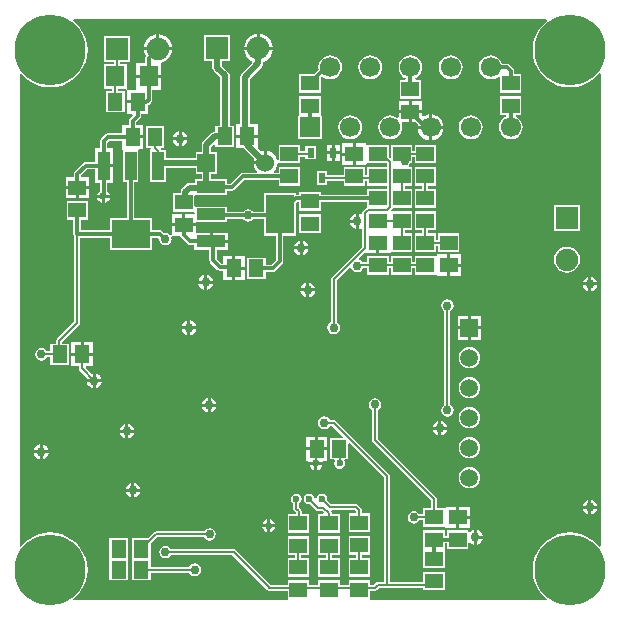
<source format=gbl>
G04 Layer_Physical_Order=2*
G04 Layer_Color=16711680*
%FSLAX25Y25*%
%MOIN*%
G70*
G01*
G75*
%ADD12R,0.05118X0.05906*%
%ADD13R,0.05906X0.05118*%
%ADD23C,0.00787*%
%ADD24C,0.01969*%
%ADD26C,0.01181*%
%ADD27R,0.07480X0.07480*%
%ADD28C,0.07480*%
%ADD29R,0.07480X0.07480*%
%ADD30C,0.06693*%
%ADD31R,0.06693X0.06693*%
%ADD32C,0.06000*%
%ADD33R,0.06000X0.06000*%
%ADD34C,0.05906*%
%ADD35R,0.05906X0.05906*%
%ADD36C,0.02953*%
%ADD37C,0.02362*%
%ADD38C,0.23622*%
%ADD39R,0.09449X0.12992*%
%ADD40R,0.09449X0.03937*%
%ADD41R,0.12992X0.09449*%
%ADD42R,0.03937X0.09449*%
%ADD43R,0.02362X0.03347*%
%ADD44R,0.06299X0.07087*%
G36*
X177309Y-2104D02*
X176243Y-3015D01*
X174975Y-4499D01*
X173955Y-6163D01*
X173208Y-7967D01*
X172753Y-9865D01*
X172599Y-11811D01*
X172753Y-13757D01*
X173208Y-15655D01*
X173955Y-17459D01*
X174975Y-19123D01*
X176243Y-20607D01*
X177727Y-21875D01*
X179392Y-22895D01*
X181195Y-23642D01*
X183093Y-24098D01*
X185039Y-24251D01*
X186985Y-24098D01*
X188883Y-23642D01*
X190687Y-22895D01*
X192351Y-21875D01*
X193836Y-20607D01*
X194746Y-19541D01*
X195246Y-19726D01*
Y-177125D01*
X194746Y-177309D01*
X193836Y-176243D01*
X192351Y-174975D01*
X190687Y-173955D01*
X188883Y-173208D01*
X186985Y-172753D01*
X185039Y-172599D01*
X183093Y-172753D01*
X181195Y-173208D01*
X179392Y-173955D01*
X177727Y-174975D01*
X176243Y-176243D01*
X174975Y-177727D01*
X173955Y-179392D01*
X173208Y-181195D01*
X172753Y-183093D01*
X172599Y-185039D01*
X172753Y-186985D01*
X173208Y-188883D01*
X173955Y-190687D01*
X174975Y-192351D01*
X176243Y-193836D01*
X177309Y-194746D01*
X177125Y-195246D01*
X118495D01*
X118405Y-194783D01*
X118405Y-194746D01*
Y-191948D01*
X120079D01*
X120463Y-191872D01*
X120788Y-191655D01*
X121479Y-190964D01*
X136221D01*
Y-191929D01*
X143307D01*
Y-185630D01*
X136221D01*
Y-188957D01*
X125019D01*
Y-153726D01*
X124943Y-153342D01*
X124725Y-153017D01*
X107023Y-135314D01*
X106697Y-135097D01*
X106313Y-135020D01*
X104965D01*
X104640Y-134533D01*
X103956Y-134077D01*
X103150Y-133916D01*
X102343Y-134077D01*
X101659Y-134533D01*
X101203Y-135217D01*
X101042Y-136024D01*
X101203Y-136830D01*
X101659Y-137514D01*
X102343Y-137971D01*
X103150Y-138131D01*
X103956Y-137971D01*
X104640Y-137514D01*
X104965Y-137027D01*
X105897D01*
X109550Y-140680D01*
X109359Y-141142D01*
X104921D01*
Y-148228D01*
X106456D01*
X106724Y-148728D01*
X106599Y-148915D01*
X106461Y-149606D01*
X106599Y-150298D01*
X106990Y-150884D01*
X107577Y-151275D01*
X108268Y-151413D01*
X108959Y-151275D01*
X109545Y-150884D01*
X109937Y-150298D01*
X110074Y-149606D01*
X109937Y-148915D01*
X109812Y-148728D01*
X110079Y-148228D01*
X111221D01*
Y-143003D01*
X111682Y-142812D01*
X123012Y-154142D01*
Y-188957D01*
X121063D01*
X120679Y-189033D01*
X120353Y-189251D01*
X119663Y-189941D01*
X118405D01*
Y-188484D01*
X111319D01*
Y-189941D01*
X108248D01*
Y-188583D01*
X101161D01*
Y-189941D01*
X98032D01*
Y-188583D01*
X90945D01*
Y-189941D01*
X85160D01*
X73643Y-178424D01*
X73317Y-178206D01*
X72933Y-178130D01*
X52012D01*
X51687Y-177643D01*
X51003Y-177187D01*
X50197Y-177026D01*
X49390Y-177187D01*
X48707Y-177643D01*
X48250Y-178327D01*
X48089Y-179133D01*
X48250Y-179940D01*
X48707Y-180624D01*
X49390Y-181080D01*
X50197Y-181241D01*
X51003Y-181080D01*
X51687Y-180624D01*
X52012Y-180137D01*
X72517D01*
X83737Y-191357D01*
X83936Y-191655D01*
X84262Y-191872D01*
X84646Y-191948D01*
X90945D01*
Y-194746D01*
X90945Y-194882D01*
X90618Y-195246D01*
X19726D01*
X19541Y-194746D01*
X20607Y-193836D01*
X21875Y-192351D01*
X22895Y-190687D01*
X23642Y-188883D01*
X24098Y-186985D01*
X24251Y-185039D01*
X24098Y-183093D01*
X23642Y-181195D01*
X22895Y-179392D01*
X21875Y-177727D01*
X20607Y-176243D01*
X19123Y-174975D01*
X17459Y-173955D01*
X15655Y-173208D01*
X13757Y-172753D01*
X11811Y-172599D01*
X9865Y-172753D01*
X7967Y-173208D01*
X6163Y-173955D01*
X4499Y-174975D01*
X3015Y-176243D01*
X2104Y-177309D01*
X1604Y-177125D01*
X1604Y-19726D01*
X2104Y-19541D01*
X3015Y-20607D01*
X4499Y-21875D01*
X6163Y-22895D01*
X7967Y-23642D01*
X9865Y-24098D01*
X11811Y-24251D01*
X13757Y-24098D01*
X15655Y-23642D01*
X17459Y-22895D01*
X19123Y-21875D01*
X20607Y-20607D01*
X21875Y-19123D01*
X22895Y-17459D01*
X23642Y-15655D01*
X24098Y-13757D01*
X24251Y-11811D01*
X24098Y-9865D01*
X23642Y-7967D01*
X22895Y-6163D01*
X21875Y-4499D01*
X20607Y-3015D01*
X19541Y-2104D01*
X19726Y-1604D01*
X177125D01*
X177309Y-2104D01*
D02*
G37*
%LPC*%
G36*
X142232Y-135370D02*
Y-137295D01*
X144158D01*
X144065Y-136829D01*
X143518Y-136010D01*
X142699Y-135463D01*
X142232Y-135370D01*
D02*
G37*
G36*
X144193Y-94841D02*
X143386Y-95002D01*
X142703Y-95459D01*
X142246Y-96142D01*
X142086Y-96949D01*
X142246Y-97755D01*
X142703Y-98439D01*
X143189Y-98764D01*
Y-130074D01*
X142703Y-130400D01*
X142246Y-131083D01*
X142086Y-131890D01*
X142246Y-132696D01*
X142703Y-133380D01*
X143386Y-133837D01*
X144193Y-133997D01*
X144999Y-133837D01*
X145683Y-133380D01*
X146140Y-132696D01*
X146300Y-131890D01*
X146140Y-131083D01*
X145683Y-130400D01*
X145196Y-130074D01*
Y-98764D01*
X145683Y-98439D01*
X146140Y-97755D01*
X146300Y-96949D01*
X146140Y-96142D01*
X145683Y-95459D01*
X144999Y-95002D01*
X144193Y-94841D01*
D02*
G37*
G36*
X151575Y-130757D02*
X150650Y-130879D01*
X149788Y-131236D01*
X149048Y-131804D01*
X148480Y-132544D01*
X148123Y-133406D01*
X148001Y-134331D01*
X148123Y-135256D01*
X148480Y-136118D01*
X149048Y-136858D01*
X149788Y-137426D01*
X150650Y-137783D01*
X151575Y-137905D01*
X152500Y-137783D01*
X153362Y-137426D01*
X154102Y-136858D01*
X154670Y-136118D01*
X155027Y-135256D01*
X155149Y-134331D01*
X155027Y-133406D01*
X154670Y-132544D01*
X154102Y-131804D01*
X153362Y-131236D01*
X152500Y-130879D01*
X151575Y-130757D01*
D02*
G37*
G36*
X141232Y-135370D02*
X140766Y-135463D01*
X139947Y-136010D01*
X139400Y-136829D01*
X139307Y-137295D01*
X141232D01*
Y-135370D01*
D02*
G37*
G36*
X64264Y-127693D02*
X63797Y-127785D01*
X62978Y-128333D01*
X62431Y-129152D01*
X62338Y-129618D01*
X64264D01*
Y-127693D01*
D02*
G37*
G36*
X65264D02*
Y-129618D01*
X67189D01*
X67097Y-129152D01*
X66549Y-128333D01*
X65730Y-127785D01*
X65264Y-127693D01*
D02*
G37*
G36*
X64264Y-130618D02*
X62338D01*
X62431Y-131084D01*
X62978Y-131904D01*
X63797Y-132451D01*
X64264Y-132544D01*
Y-130618D01*
D02*
G37*
G36*
X67189D02*
X65264D01*
Y-132544D01*
X65730Y-132451D01*
X66549Y-131904D01*
X67097Y-131084D01*
X67189Y-130618D01*
D02*
G37*
G36*
X39827Y-139279D02*
X37902D01*
Y-141205D01*
X38368Y-141112D01*
X39187Y-140565D01*
X39734Y-139746D01*
X39827Y-139279D01*
D02*
G37*
G36*
X141232Y-138295D02*
X139307D01*
X139400Y-138761D01*
X139947Y-139581D01*
X140766Y-140128D01*
X141232Y-140221D01*
Y-138295D01*
D02*
G37*
G36*
X104150Y-140732D02*
X101091D01*
Y-144185D01*
X104150D01*
Y-140732D01*
D02*
G37*
G36*
X36902Y-139279D02*
X34976D01*
X35069Y-139746D01*
X35616Y-140565D01*
X36435Y-141112D01*
X36902Y-141205D01*
Y-139279D01*
D02*
G37*
G36*
X37902Y-136354D02*
Y-138279D01*
X39827D01*
X39734Y-137813D01*
X39187Y-136994D01*
X38368Y-136447D01*
X37902Y-136354D01*
D02*
G37*
G36*
X100091Y-140732D02*
X97031D01*
Y-144185D01*
X100091D01*
Y-140732D01*
D02*
G37*
G36*
X144158Y-138295D02*
X142232D01*
Y-140221D01*
X142699Y-140128D01*
X143518Y-139581D01*
X144065Y-138761D01*
X144158Y-138295D01*
D02*
G37*
G36*
X36902Y-136354D02*
X36435Y-136447D01*
X35616Y-136994D01*
X35069Y-137813D01*
X34976Y-138279D01*
X36902D01*
Y-136354D01*
D02*
G37*
G36*
X151575Y-120757D02*
X150650Y-120879D01*
X149788Y-121236D01*
X149048Y-121804D01*
X148480Y-122544D01*
X148123Y-123406D01*
X148001Y-124331D01*
X148123Y-125256D01*
X148480Y-126118D01*
X149048Y-126858D01*
X149788Y-127426D01*
X150650Y-127783D01*
X151575Y-127905D01*
X152500Y-127783D01*
X153362Y-127426D01*
X154102Y-126858D01*
X154670Y-126118D01*
X155027Y-125256D01*
X155149Y-124331D01*
X155027Y-123406D01*
X154670Y-122544D01*
X154102Y-121804D01*
X153362Y-121236D01*
X152500Y-120879D01*
X151575Y-120757D01*
D02*
G37*
G36*
X60496Y-104831D02*
X58571D01*
Y-106756D01*
X59037Y-106663D01*
X59856Y-106116D01*
X60404Y-105297D01*
X60496Y-104831D01*
D02*
G37*
G36*
X57571Y-101905D02*
X57105Y-101998D01*
X56286Y-102545D01*
X55738Y-103365D01*
X55645Y-103831D01*
X57571D01*
Y-101905D01*
D02*
G37*
G36*
X155527Y-104831D02*
X152075D01*
Y-108283D01*
X155527D01*
Y-104831D01*
D02*
G37*
G36*
X57571Y-104831D02*
X55645D01*
X55738Y-105297D01*
X56286Y-106116D01*
X57105Y-106663D01*
X57571Y-106756D01*
Y-104831D01*
D02*
G37*
G36*
X155527Y-100378D02*
X152075D01*
Y-103831D01*
X155527D01*
Y-100378D01*
D02*
G37*
G36*
X97138Y-92232D02*
X95212D01*
X95305Y-92699D01*
X95852Y-93518D01*
X96672Y-94065D01*
X97138Y-94158D01*
Y-92232D01*
D02*
G37*
G36*
X58571Y-101905D02*
Y-103831D01*
X60496D01*
X60404Y-103365D01*
X59856Y-102545D01*
X59037Y-101998D01*
X58571Y-101905D01*
D02*
G37*
G36*
X151075Y-100378D02*
X147622D01*
Y-103831D01*
X151075D01*
Y-100378D01*
D02*
G37*
G36*
X26000Y-113689D02*
X22441D01*
X18882D01*
Y-117142D01*
X21437D01*
Y-117913D01*
X21514Y-118297D01*
X21731Y-118623D01*
X24233Y-121125D01*
X24149Y-121547D01*
X26075D01*
Y-119622D01*
X25653Y-119706D01*
X23588Y-117642D01*
X23792Y-117142D01*
X26000D01*
Y-113689D01*
D02*
G37*
G36*
X27075Y-119622D02*
Y-121547D01*
X29000D01*
X28907Y-121081D01*
X28360Y-120262D01*
X27541Y-119714D01*
X27075Y-119622D01*
D02*
G37*
G36*
X26075Y-122547D02*
X24149D01*
X24242Y-123013D01*
X24789Y-123833D01*
X25609Y-124380D01*
X26075Y-124473D01*
Y-122547D01*
D02*
G37*
G36*
X29000D02*
X27075D01*
Y-124473D01*
X27541Y-124380D01*
X28360Y-123833D01*
X28907Y-123013D01*
X29000Y-122547D01*
D02*
G37*
G36*
X26000Y-109236D02*
X22941D01*
Y-112689D01*
X26000D01*
Y-109236D01*
D02*
G37*
G36*
X151075Y-104831D02*
X147622D01*
Y-108283D01*
X151075D01*
Y-104831D01*
D02*
G37*
G36*
X151575Y-110757D02*
X150650Y-110879D01*
X149788Y-111236D01*
X149048Y-111804D01*
X148480Y-112544D01*
X148123Y-113406D01*
X148001Y-114331D01*
X148123Y-115256D01*
X148480Y-116118D01*
X149048Y-116858D01*
X149788Y-117426D01*
X150650Y-117783D01*
X151575Y-117905D01*
X152500Y-117783D01*
X153362Y-117426D01*
X154102Y-116858D01*
X154670Y-116118D01*
X155027Y-115256D01*
X155149Y-114331D01*
X155027Y-113406D01*
X154670Y-112544D01*
X154102Y-111804D01*
X153362Y-111236D01*
X152500Y-110879D01*
X151575Y-110757D01*
D02*
G37*
G36*
X21941Y-109236D02*
X18882D01*
Y-112689D01*
X21941D01*
Y-109236D01*
D02*
G37*
G36*
X9358Y-143244D02*
Y-145169D01*
X11284D01*
X11191Y-144703D01*
X10644Y-143884D01*
X9825Y-143337D01*
X9358Y-143244D01*
D02*
G37*
G36*
X86770Y-170776D02*
X85146D01*
Y-172400D01*
X85497Y-172330D01*
X86218Y-171848D01*
X86700Y-171127D01*
X86770Y-170776D01*
D02*
G37*
G36*
X151591Y-168020D02*
X148138D01*
Y-171079D01*
X151591D01*
Y-168020D01*
D02*
G37*
G36*
X153043Y-171787D02*
X152577Y-171880D01*
X151758Y-172427D01*
X151681Y-172542D01*
X151181Y-172391D01*
Y-171850D01*
X144095D01*
Y-173796D01*
X143307D01*
Y-171850D01*
X136221D01*
Y-177650D01*
X136221Y-178150D01*
X136221D01*
Y-178150D01*
X136221D01*
Y-184449D01*
X143307D01*
Y-178650D01*
X143307Y-178150D01*
X143307D01*
Y-178150D01*
X143307D01*
Y-176204D01*
X144095D01*
Y-178150D01*
X151181D01*
Y-176035D01*
X151681Y-175883D01*
X151758Y-175998D01*
X152577Y-176545D01*
X153043Y-176638D01*
Y-174213D01*
Y-171787D01*
D02*
G37*
G36*
X84146Y-170776D02*
X82521D01*
X82591Y-171127D01*
X83073Y-171848D01*
X83795Y-172330D01*
X84146Y-172400D01*
Y-170776D01*
D02*
G37*
G36*
X151591Y-163961D02*
X148138D01*
Y-167020D01*
X151591D01*
Y-163961D01*
D02*
G37*
G36*
X191232Y-164673D02*
X189307D01*
X189400Y-165139D01*
X189947Y-165959D01*
X190766Y-166506D01*
X191232Y-166599D01*
Y-164673D01*
D02*
G37*
G36*
X84146Y-168151D02*
X83795Y-168221D01*
X83073Y-168703D01*
X82591Y-169425D01*
X82521Y-169776D01*
X84146D01*
Y-168151D01*
D02*
G37*
G36*
X85146D02*
Y-169776D01*
X86770D01*
X86700Y-169425D01*
X86218Y-168703D01*
X85497Y-168221D01*
X85146Y-168151D01*
D02*
G37*
G36*
X108248Y-173819D02*
X101161D01*
Y-180118D01*
X103701D01*
Y-181102D01*
X101161D01*
Y-187402D01*
X108248D01*
Y-181102D01*
X105708D01*
Y-180118D01*
X108248D01*
Y-173819D01*
D02*
G37*
G36*
X118405Y-173721D02*
X111319D01*
Y-180020D01*
X113859D01*
Y-181004D01*
X111319D01*
Y-187303D01*
X118405D01*
Y-181004D01*
X115866D01*
Y-180020D01*
X118405D01*
Y-173721D01*
D02*
G37*
G36*
X37795Y-174606D02*
X31496D01*
Y-181693D01*
Y-188583D01*
X37795D01*
Y-181693D01*
Y-174606D01*
D02*
G37*
G36*
X98032Y-173819D02*
X90945D01*
Y-180118D01*
X93485D01*
Y-181102D01*
X90945D01*
Y-187402D01*
X98032D01*
Y-181102D01*
X95492D01*
Y-180118D01*
X98032D01*
Y-173819D01*
D02*
G37*
G36*
X154043Y-171787D02*
Y-173713D01*
X155969D01*
X155876Y-173246D01*
X155329Y-172427D01*
X154509Y-171880D01*
X154043Y-171787D01*
D02*
G37*
G36*
X93898Y-159611D02*
X93206Y-159748D01*
X92620Y-160140D01*
X92229Y-160726D01*
X92091Y-161417D01*
X92229Y-162109D01*
X92620Y-162695D01*
X92894Y-162878D01*
Y-164665D01*
X92971Y-165049D01*
X93188Y-165375D01*
X93583Y-165770D01*
Y-166339D01*
X90945D01*
Y-172638D01*
X98032D01*
Y-166339D01*
X95590D01*
Y-165354D01*
X95514Y-164970D01*
X95296Y-164645D01*
X94901Y-164250D01*
Y-162878D01*
X95175Y-162695D01*
X95566Y-162109D01*
X95704Y-161417D01*
X95566Y-160726D01*
X95175Y-160140D01*
X94589Y-159748D01*
X93898Y-159611D01*
D02*
G37*
G36*
X155969Y-174713D02*
X154043D01*
Y-176638D01*
X154509Y-176545D01*
X155329Y-175998D01*
X155876Y-175179D01*
X155969Y-174713D01*
D02*
G37*
G36*
X64961Y-171121D02*
X64154Y-171281D01*
X63471Y-171738D01*
X63145Y-172225D01*
X47047D01*
X46663Y-172301D01*
X46338Y-172519D01*
X44250Y-174606D01*
X38976D01*
Y-181693D01*
Y-188583D01*
X45276D01*
Y-186043D01*
X58224D01*
X58549Y-186530D01*
X59233Y-186986D01*
X60039Y-187147D01*
X60846Y-186986D01*
X61529Y-186530D01*
X61986Y-185846D01*
X62147Y-185039D01*
X61986Y-184233D01*
X61529Y-183549D01*
X60846Y-183092D01*
X60039Y-182932D01*
X59233Y-183092D01*
X58549Y-183549D01*
X58224Y-184036D01*
X45276D01*
Y-181693D01*
Y-176419D01*
X47463Y-174232D01*
X63145D01*
X63471Y-174718D01*
X64154Y-175175D01*
X64961Y-175336D01*
X65767Y-175175D01*
X66451Y-174718D01*
X66908Y-174035D01*
X67068Y-173228D01*
X66908Y-172422D01*
X66451Y-171738D01*
X65767Y-171281D01*
X64961Y-171121D01*
D02*
G37*
G36*
X194158Y-164673D02*
X192232D01*
Y-166599D01*
X192699Y-166506D01*
X193518Y-165959D01*
X194065Y-165139D01*
X194158Y-164673D01*
D02*
G37*
G36*
X102518Y-150106D02*
X100894D01*
Y-151731D01*
X101245Y-151661D01*
X101966Y-151179D01*
X102448Y-150457D01*
X102518Y-150106D01*
D02*
G37*
G36*
X104150Y-145185D02*
X100591D01*
X97031D01*
Y-148638D01*
X97862D01*
X98238Y-149106D01*
X102550D01*
X102925Y-148638D01*
X104150D01*
Y-145185D01*
D02*
G37*
G36*
X151575Y-150757D02*
X150650Y-150879D01*
X149788Y-151236D01*
X149048Y-151804D01*
X148480Y-152544D01*
X148123Y-153406D01*
X148001Y-154331D01*
X148123Y-155256D01*
X148480Y-156118D01*
X149048Y-156858D01*
X149788Y-157426D01*
X150650Y-157783D01*
X151575Y-157905D01*
X152500Y-157783D01*
X153362Y-157426D01*
X154102Y-156858D01*
X154670Y-156118D01*
X155027Y-155256D01*
X155149Y-154331D01*
X155027Y-153406D01*
X154670Y-152544D01*
X154102Y-151804D01*
X153362Y-151236D01*
X152500Y-150879D01*
X151575Y-150757D01*
D02*
G37*
G36*
X99894Y-150106D02*
X98269D01*
X98339Y-150457D01*
X98821Y-151179D01*
X99543Y-151661D01*
X99894Y-151731D01*
Y-150106D01*
D02*
G37*
G36*
X151575Y-140757D02*
X150650Y-140879D01*
X149788Y-141236D01*
X149048Y-141804D01*
X148480Y-142544D01*
X148123Y-143406D01*
X148001Y-144331D01*
X148123Y-145256D01*
X148480Y-146118D01*
X149048Y-146858D01*
X149788Y-147426D01*
X150650Y-147783D01*
X151575Y-147905D01*
X152500Y-147783D01*
X153362Y-147426D01*
X154102Y-146858D01*
X154670Y-146118D01*
X155027Y-145256D01*
X155149Y-144331D01*
X155027Y-143406D01*
X154670Y-142544D01*
X154102Y-141804D01*
X153362Y-141236D01*
X152500Y-140879D01*
X151575Y-140757D01*
D02*
G37*
G36*
X8358Y-143244D02*
X7892Y-143337D01*
X7073Y-143884D01*
X6526Y-144703D01*
X6433Y-145169D01*
X8358D01*
Y-143244D01*
D02*
G37*
G36*
Y-146169D02*
X6433D01*
X6526Y-146635D01*
X7073Y-147455D01*
X7892Y-148002D01*
X8358Y-148095D01*
Y-146169D01*
D02*
G37*
G36*
X11284D02*
X9358D01*
Y-148095D01*
X9825Y-148002D01*
X10644Y-147455D01*
X11191Y-146635D01*
X11284Y-146169D01*
D02*
G37*
G36*
X192232Y-161748D02*
Y-163673D01*
X194158D01*
X194065Y-163207D01*
X193518Y-162388D01*
X192699Y-161840D01*
X192232Y-161748D01*
D02*
G37*
G36*
X102362Y-159611D02*
X101671Y-159748D01*
X101085Y-160140D01*
X100693Y-160726D01*
X100556Y-161417D01*
X100595Y-161615D01*
X100137Y-161874D01*
X99890Y-161650D01*
X99936Y-161417D01*
X99799Y-160726D01*
X99407Y-160140D01*
X98821Y-159748D01*
X98130Y-159611D01*
X97439Y-159748D01*
X96853Y-160140D01*
X96461Y-160726D01*
X96324Y-161417D01*
X96461Y-162109D01*
X96853Y-162695D01*
X97439Y-163086D01*
X98130Y-163224D01*
X98453Y-163159D01*
X100373Y-165080D01*
X100699Y-165297D01*
X101083Y-165374D01*
X102439D01*
X102942Y-165877D01*
X102750Y-166339D01*
X101161D01*
Y-172638D01*
X108248D01*
Y-166339D01*
X105708D01*
Y-166220D01*
X105632Y-165836D01*
X105459Y-165578D01*
X105528Y-165332D01*
X105689Y-165078D01*
X113265D01*
X113859Y-165672D01*
Y-166240D01*
X111319D01*
Y-172539D01*
X118405D01*
Y-166240D01*
X115866D01*
Y-165256D01*
X115789Y-164872D01*
X115572Y-164546D01*
X114391Y-163365D01*
X114065Y-163148D01*
X113681Y-163071D01*
X105435D01*
X104104Y-161740D01*
X104169Y-161417D01*
X104031Y-160726D01*
X103639Y-160140D01*
X103053Y-159748D01*
X102362Y-159611D01*
D02*
G37*
G36*
X120079Y-127814D02*
X119272Y-127974D01*
X118589Y-128431D01*
X118132Y-129115D01*
X117971Y-129921D01*
X118132Y-130728D01*
X118589Y-131411D01*
X119075Y-131737D01*
Y-141732D01*
X119152Y-142116D01*
X119369Y-142442D01*
X138760Y-161833D01*
Y-164370D01*
X136221D01*
Y-166516D01*
X134886D01*
X134561Y-166030D01*
X133877Y-165573D01*
X133071Y-165412D01*
X132264Y-165573D01*
X131581Y-166030D01*
X131124Y-166713D01*
X130963Y-167520D01*
X131124Y-168326D01*
X131581Y-169010D01*
X132264Y-169467D01*
X133071Y-169627D01*
X133877Y-169467D01*
X134561Y-169010D01*
X134886Y-168523D01*
X136221D01*
Y-170669D01*
X143185D01*
X143307Y-170669D01*
X143685Y-170964D01*
Y-171079D01*
X147138D01*
Y-167520D01*
Y-163961D01*
X143685D01*
Y-164076D01*
X143307Y-164370D01*
X143185Y-164370D01*
X140767D01*
Y-161417D01*
X140691Y-161033D01*
X140473Y-160708D01*
X121082Y-141317D01*
Y-131737D01*
X121569Y-131411D01*
X122026Y-130728D01*
X122186Y-129921D01*
X122026Y-129115D01*
X121569Y-128431D01*
X120885Y-127974D01*
X120079Y-127814D01*
D02*
G37*
G36*
X191232Y-161748D02*
X190766Y-161840D01*
X189947Y-162388D01*
X189400Y-163207D01*
X189307Y-163673D01*
X191232D01*
Y-161748D01*
D02*
G37*
G36*
X38870Y-156039D02*
X38404Y-156132D01*
X37585Y-156679D01*
X37037Y-157498D01*
X36945Y-157965D01*
X38870D01*
Y-156039D01*
D02*
G37*
G36*
X39870D02*
Y-157965D01*
X41796D01*
X41703Y-157498D01*
X41155Y-156679D01*
X40336Y-156132D01*
X39870Y-156039D01*
D02*
G37*
G36*
X38870Y-158965D02*
X36945D01*
X37037Y-159431D01*
X37585Y-160250D01*
X38404Y-160797D01*
X38870Y-160890D01*
Y-158965D01*
D02*
G37*
G36*
X41796D02*
X39870D01*
Y-160890D01*
X40336Y-160797D01*
X41155Y-160250D01*
X41703Y-159431D01*
X41796Y-158965D01*
D02*
G37*
G36*
X111811Y-33588D02*
X110783Y-33723D01*
X109826Y-34120D01*
X109003Y-34751D01*
X108372Y-35574D01*
X107975Y-36531D01*
X107840Y-37559D01*
X107975Y-38587D01*
X108372Y-39544D01*
X109003Y-40367D01*
X109826Y-40998D01*
X110783Y-41395D01*
X111811Y-41530D01*
X112839Y-41395D01*
X113796Y-40998D01*
X114619Y-40367D01*
X115250Y-39544D01*
X115647Y-38587D01*
X115782Y-37559D01*
X115647Y-36531D01*
X115250Y-35574D01*
X114619Y-34751D01*
X113796Y-34120D01*
X112839Y-33723D01*
X111811Y-33588D01*
D02*
G37*
G36*
X151969D02*
X150941Y-33723D01*
X149983Y-34120D01*
X149161Y-34751D01*
X148530Y-35574D01*
X148133Y-36531D01*
X147997Y-37559D01*
X148133Y-38587D01*
X148530Y-39544D01*
X149161Y-40367D01*
X149983Y-40998D01*
X150941Y-41395D01*
X151969Y-41530D01*
X152996Y-41395D01*
X153954Y-40998D01*
X154776Y-40367D01*
X155408Y-39544D01*
X155804Y-38587D01*
X155939Y-37559D01*
X155804Y-36531D01*
X155408Y-35574D01*
X154776Y-34751D01*
X153954Y-34120D01*
X152996Y-33723D01*
X151969Y-33588D01*
D02*
G37*
G36*
X138083Y-38059D02*
X134265D01*
X134348Y-38694D01*
X134786Y-39751D01*
X135483Y-40659D01*
X136391Y-41356D01*
X137448Y-41794D01*
X138083Y-41877D01*
Y-38059D01*
D02*
G37*
G36*
X142901D02*
X139083D01*
Y-41877D01*
X139717Y-41794D01*
X140775Y-41356D01*
X141683Y-40659D01*
X142379Y-39751D01*
X142817Y-38694D01*
X142901Y-38059D01*
D02*
G37*
G36*
X54618Y-38913D02*
X54152Y-39006D01*
X53333Y-39553D01*
X52785Y-40372D01*
X52693Y-40839D01*
X54618D01*
Y-38913D01*
D02*
G37*
G36*
X55618D02*
Y-40839D01*
X57544D01*
X57451Y-40372D01*
X56903Y-39553D01*
X56084Y-39006D01*
X55618Y-38913D01*
D02*
G37*
G36*
X168898Y-27165D02*
X161811D01*
Y-33465D01*
X163645D01*
X163744Y-33965D01*
X163369Y-34120D01*
X162546Y-34751D01*
X161915Y-35574D01*
X161519Y-36531D01*
X161383Y-37559D01*
X161519Y-38587D01*
X161915Y-39544D01*
X162546Y-40367D01*
X163369Y-40998D01*
X164327Y-41395D01*
X165354Y-41530D01*
X166382Y-41395D01*
X167340Y-40998D01*
X168162Y-40367D01*
X168793Y-39544D01*
X169190Y-38587D01*
X169325Y-37559D01*
X169190Y-36531D01*
X168793Y-35574D01*
X168162Y-34751D01*
X167340Y-34120D01*
X166964Y-33965D01*
X167064Y-33465D01*
X168898D01*
Y-27165D01*
D02*
G37*
G36*
X101969D02*
X94882D01*
Y-33465D01*
X94488Y-33622D01*
Y-41496D01*
X102362D01*
Y-33622D01*
X101969Y-33465D01*
Y-27165D01*
D02*
G37*
G36*
X71752Y-6890D02*
X63091D01*
Y-15551D01*
X65816D01*
Y-17618D01*
X65816Y-17618D01*
X65938Y-18233D01*
X66286Y-18754D01*
X68375Y-20842D01*
Y-37008D01*
X66831D01*
Y-38456D01*
X66732Y-38945D01*
X66118Y-39068D01*
X65597Y-39416D01*
X62743Y-42270D01*
X62394Y-42791D01*
X62272Y-43406D01*
X62272Y-43406D01*
Y-45819D01*
X60287D01*
Y-47804D01*
X50295D01*
Y-44980D01*
X48896D01*
X48719Y-44791D01*
X48801Y-44500D01*
X48991Y-44291D01*
X49902D01*
Y-37205D01*
X43602D01*
Y-44291D01*
X45262D01*
X45354Y-44485D01*
X45177Y-44980D01*
X45177D01*
Y-55610D01*
X50295D01*
Y-51015D01*
X60287D01*
Y-53000D01*
X62272D01*
Y-54921D01*
X60138D01*
Y-56072D01*
X58268D01*
X58268Y-56072D01*
X57653Y-56194D01*
X57132Y-56542D01*
X55754Y-57920D01*
X55406Y-58441D01*
X55284Y-59055D01*
X54992Y-59449D01*
X52756D01*
Y-65748D01*
X59680D01*
X60004Y-66181D01*
X59896Y-66520D01*
X56799D01*
Y-69579D01*
X60252D01*
Y-69095D01*
X70768D01*
Y-68133D01*
X76075D01*
X76266Y-68419D01*
X76949Y-68876D01*
X77756Y-69037D01*
X78562Y-68876D01*
X79246Y-68419D01*
X79437Y-68133D01*
X82973D01*
Y-73622D01*
X87083D01*
Y-81686D01*
X85426Y-83343D01*
X83661D01*
Y-81004D01*
X77362D01*
Y-88090D01*
X83661D01*
Y-85751D01*
X85925D01*
X85925Y-85751D01*
X86386Y-85660D01*
X86777Y-85399D01*
X89139Y-83037D01*
X89139Y-83037D01*
X89400Y-82646D01*
X89492Y-82185D01*
X89492Y-82185D01*
Y-73622D01*
X93602D01*
Y-62924D01*
X94101Y-62425D01*
X94882D01*
Y-65354D01*
X101969D01*
Y-62425D01*
X117520D01*
Y-64190D01*
X117318Y-64230D01*
X116993Y-64448D01*
X115924Y-65517D01*
X115707Y-65842D01*
X115630Y-66226D01*
Y-66363D01*
X115189Y-66598D01*
X115139Y-66565D01*
X114673Y-66472D01*
Y-68898D01*
Y-71323D01*
X115139Y-71230D01*
X115189Y-71197D01*
X115630Y-71433D01*
Y-77305D01*
X105590Y-87346D01*
X105372Y-87672D01*
X105296Y-88056D01*
Y-102515D01*
X104809Y-102840D01*
X104352Y-103524D01*
X104192Y-104331D01*
X104352Y-105137D01*
X104809Y-105821D01*
X105493Y-106278D01*
X106299Y-106438D01*
X107106Y-106278D01*
X107789Y-105821D01*
X108246Y-105137D01*
X108407Y-104331D01*
X108246Y-103524D01*
X107789Y-102840D01*
X107303Y-102515D01*
Y-88471D01*
X111699Y-84075D01*
X112177Y-84221D01*
X112226Y-84468D01*
X112683Y-85152D01*
X113367Y-85608D01*
X114173Y-85769D01*
X114980Y-85608D01*
X115663Y-85152D01*
X116120Y-84468D01*
X117520D01*
Y-86614D01*
X124606D01*
Y-84468D01*
X125394D01*
Y-86614D01*
X132480D01*
Y-84468D01*
X133268D01*
Y-86614D01*
X140232D01*
X140354Y-86614D01*
X140732Y-86909D01*
Y-87024D01*
X144185D01*
Y-83464D01*
Y-79905D01*
X140732D01*
Y-80020D01*
X140354Y-80315D01*
X140232Y-80315D01*
X133268D01*
Y-82461D01*
X132480D01*
Y-80315D01*
X125394D01*
Y-82461D01*
X124606D01*
Y-80315D01*
X117520D01*
Y-82461D01*
X115857D01*
X115663Y-82171D01*
X114980Y-81714D01*
X114732Y-81665D01*
X114587Y-81187D01*
X116648Y-79126D01*
X117110Y-79317D01*
Y-79543D01*
X120563D01*
Y-75984D01*
X121563D01*
Y-79543D01*
X125016D01*
Y-79428D01*
X125394Y-79134D01*
X132480D01*
Y-72835D01*
X129941D01*
Y-71850D01*
X132480D01*
Y-65551D01*
X125762D01*
X125555Y-65051D01*
X125710Y-64897D01*
X125927Y-64571D01*
X125967Y-64370D01*
X132480D01*
Y-58071D01*
X129940D01*
Y-57087D01*
X132480D01*
Y-50787D01*
X131448D01*
X131297Y-50287D01*
X131411Y-50211D01*
X131815Y-49606D01*
X132480D01*
Y-47460D01*
X133268D01*
Y-49606D01*
X140354D01*
Y-43307D01*
X133268D01*
Y-45453D01*
X132480D01*
Y-43307D01*
X125394D01*
Y-47500D01*
X124957Y-47687D01*
X124606Y-47397D01*
Y-43307D01*
X117642D01*
X117520Y-43307D01*
X117142Y-43012D01*
Y-42898D01*
X113689D01*
Y-46457D01*
Y-50016D01*
X117142D01*
Y-49901D01*
X117520Y-49606D01*
X117642Y-49606D01*
X123975D01*
X123996Y-49628D01*
Y-50787D01*
X117520D01*
Y-53426D01*
X116732D01*
Y-50787D01*
X109646D01*
Y-53426D01*
X104134D01*
Y-52165D01*
X100591D01*
Y-56693D01*
X104134D01*
Y-55433D01*
X109646D01*
Y-57087D01*
X116732D01*
Y-55433D01*
X117520D01*
Y-57087D01*
X123996D01*
Y-58071D01*
X117520D01*
Y-60016D01*
X101969D01*
Y-59055D01*
X94882D01*
Y-60016D01*
X93602D01*
X93602Y-60016D01*
Y-59449D01*
X82973D01*
Y-65725D01*
X79437D01*
X79246Y-65439D01*
X78562Y-64982D01*
X77756Y-64822D01*
X76949Y-64982D01*
X76266Y-65439D01*
X76075Y-65725D01*
X70768D01*
Y-63976D01*
X60343D01*
X60138Y-63976D01*
X59842Y-63599D01*
Y-60417D01*
X60138Y-60039D01*
X70768D01*
Y-58685D01*
X72441D01*
X72441Y-58685D01*
X72902Y-58593D01*
X73292Y-58332D01*
X76483Y-55141D01*
X87992D01*
Y-57087D01*
X95079D01*
Y-50787D01*
X87992D01*
Y-52733D01*
X86576D01*
X86472Y-52429D01*
X86439Y-52233D01*
X87057Y-51427D01*
X87460Y-50454D01*
X87552Y-49752D01*
X87992Y-49606D01*
X88076Y-49606D01*
X95079D01*
Y-47460D01*
X96850D01*
Y-48228D01*
X100394D01*
Y-43701D01*
X96850D01*
Y-45453D01*
X95079D01*
Y-43307D01*
X87992D01*
Y-48576D01*
X87492Y-48609D01*
X87460Y-48365D01*
X87057Y-47392D01*
X86416Y-46557D01*
X85580Y-45915D01*
X84607Y-45512D01*
X84063Y-45441D01*
Y-49409D01*
X83563D01*
Y-49909D01*
X79594D01*
X79666Y-50454D01*
X80069Y-51427D01*
X80687Y-52233D01*
X80654Y-52429D01*
X80550Y-52733D01*
X75984D01*
X75523Y-52824D01*
X75133Y-53086D01*
X75133Y-53086D01*
X71942Y-56276D01*
X70768D01*
Y-54921D01*
X65484D01*
Y-53000D01*
X67469D01*
Y-45819D01*
X65484D01*
Y-44071D01*
X66369Y-43185D01*
X66831Y-43377D01*
Y-44094D01*
X73130D01*
Y-37008D01*
X71586D01*
Y-20177D01*
X71464Y-19563D01*
X71116Y-19042D01*
X69027Y-16953D01*
Y-15551D01*
X71752D01*
Y-6890D01*
D02*
G37*
G36*
X112689Y-42898D02*
X109236D01*
Y-45957D01*
X112689D01*
Y-42898D01*
D02*
G37*
G36*
X105602Y-46465D02*
X103921D01*
Y-48638D01*
X105602D01*
Y-46465D01*
D02*
G37*
G36*
X108283D02*
X106602D01*
Y-48638D01*
X108283D01*
Y-46465D01*
D02*
G37*
G36*
X54618Y-41839D02*
X52693D01*
X52785Y-42305D01*
X53333Y-43124D01*
X54152Y-43671D01*
X54618Y-43764D01*
Y-41839D01*
D02*
G37*
G36*
X57544D02*
X55618D01*
Y-43764D01*
X56084Y-43671D01*
X56903Y-43124D01*
X57451Y-42305D01*
X57544Y-41839D01*
D02*
G37*
G36*
X105602Y-43291D02*
X103921D01*
Y-45465D01*
X105602D01*
Y-43291D01*
D02*
G37*
G36*
X108283D02*
X106602D01*
Y-45465D01*
X108283D01*
Y-43291D01*
D02*
G37*
G36*
X85916Y-11721D02*
X76485D01*
X76582Y-12458D01*
X77060Y-13611D01*
X77820Y-14601D01*
X78810Y-15361D01*
X79101Y-15482D01*
X79198Y-15972D01*
X75636Y-19534D01*
X75288Y-20055D01*
X75166Y-20669D01*
X75166Y-20669D01*
Y-36598D01*
X73902D01*
Y-40051D01*
X77461D01*
X81020D01*
Y-36598D01*
X78377D01*
Y-21334D01*
X82336Y-17376D01*
X82336Y-17376D01*
X82684Y-16855D01*
X82806Y-16240D01*
X82806Y-16240D01*
Y-15686D01*
X83591Y-15361D01*
X84581Y-14601D01*
X85341Y-13611D01*
X85819Y-12458D01*
X85916Y-11721D01*
D02*
G37*
G36*
X145276Y-13588D02*
X144248Y-13723D01*
X143290Y-14120D01*
X142468Y-14751D01*
X141837Y-15574D01*
X141440Y-16531D01*
X141305Y-17559D01*
X141440Y-18587D01*
X141837Y-19545D01*
X142468Y-20367D01*
X143290Y-20998D01*
X144248Y-21395D01*
X145276Y-21530D01*
X146303Y-21395D01*
X147261Y-20998D01*
X148083Y-20367D01*
X148715Y-19545D01*
X149111Y-18587D01*
X149247Y-17559D01*
X149111Y-16531D01*
X148715Y-15574D01*
X148083Y-14751D01*
X147261Y-14120D01*
X146303Y-13723D01*
X145276Y-13588D01*
D02*
G37*
G36*
X52451Y-11819D02*
X43021D01*
X43118Y-12556D01*
X43595Y-13709D01*
X43637Y-13763D01*
X43474Y-14007D01*
X43382Y-14468D01*
X43382Y-14468D01*
Y-16028D01*
X40437D01*
Y-20071D01*
X44587D01*
X48736D01*
Y-16028D01*
X48956Y-15940D01*
X48973Y-15937D01*
X48973Y-15937D01*
X50126Y-15459D01*
X51117Y-14700D01*
X51876Y-13709D01*
X52354Y-12556D01*
X52451Y-11819D01*
D02*
G37*
G36*
X105118Y-13588D02*
X104090Y-13723D01*
X103133Y-14120D01*
X102310Y-14751D01*
X101679Y-15574D01*
X101283Y-16531D01*
X101147Y-17559D01*
X101246Y-18311D01*
X99872Y-19685D01*
X94882D01*
Y-25984D01*
X101969D01*
Y-20994D01*
X102472Y-20491D01*
X103133Y-20998D01*
X104090Y-21395D01*
X105118Y-21530D01*
X106146Y-21395D01*
X107104Y-20998D01*
X107926Y-20367D01*
X108557Y-19545D01*
X108954Y-18587D01*
X109089Y-17559D01*
X108954Y-16531D01*
X108557Y-15574D01*
X107926Y-14751D01*
X107104Y-14120D01*
X106146Y-13723D01*
X105118Y-13588D01*
D02*
G37*
G36*
X118504D02*
X117476Y-13723D01*
X116518Y-14120D01*
X115696Y-14751D01*
X115065Y-15574D01*
X114668Y-16531D01*
X114533Y-17559D01*
X114668Y-18587D01*
X115065Y-19545D01*
X115696Y-20367D01*
X116518Y-20998D01*
X117476Y-21395D01*
X118504Y-21530D01*
X119532Y-21395D01*
X120489Y-20998D01*
X121312Y-20367D01*
X121943Y-19545D01*
X122340Y-18587D01*
X122475Y-17559D01*
X122340Y-16531D01*
X121943Y-15574D01*
X121312Y-14751D01*
X120489Y-14120D01*
X119532Y-13723D01*
X118504Y-13588D01*
D02*
G37*
G36*
X80700Y-6505D02*
X79963Y-6602D01*
X78810Y-7080D01*
X77820Y-7840D01*
X77060Y-8830D01*
X76582Y-9983D01*
X76485Y-10721D01*
X80700D01*
Y-6505D01*
D02*
G37*
G36*
X81700D02*
Y-10721D01*
X85916D01*
X85819Y-9983D01*
X85341Y-8830D01*
X84581Y-7840D01*
X83591Y-7080D01*
X82438Y-6602D01*
X81700Y-6505D01*
D02*
G37*
G36*
X47236Y-6604D02*
X46499Y-6701D01*
X45345Y-7178D01*
X44355Y-7938D01*
X43595Y-8928D01*
X43118Y-10081D01*
X43021Y-10819D01*
X47236D01*
Y-6604D01*
D02*
G37*
G36*
X48236D02*
Y-10819D01*
X52451D01*
X52354Y-10081D01*
X51876Y-8928D01*
X51117Y-7938D01*
X50126Y-7178D01*
X48973Y-6701D01*
X48236Y-6604D01*
D02*
G37*
G36*
X139083Y-33241D02*
Y-37059D01*
X142901D01*
X142817Y-36424D01*
X142379Y-35367D01*
X141683Y-34459D01*
X140775Y-33762D01*
X139717Y-33325D01*
X139083Y-33241D01*
D02*
G37*
G36*
X131390Y-32783D02*
X127937D01*
Y-34134D01*
X127489Y-34355D01*
X127182Y-34120D01*
X126225Y-33723D01*
X125197Y-33588D01*
X124169Y-33723D01*
X123211Y-34120D01*
X122389Y-34751D01*
X121758Y-35574D01*
X121361Y-36531D01*
X121226Y-37559D01*
X121361Y-38587D01*
X121758Y-39544D01*
X122389Y-40367D01*
X123211Y-40998D01*
X124169Y-41395D01*
X125197Y-41530D01*
X126225Y-41395D01*
X127182Y-40998D01*
X128005Y-40367D01*
X128636Y-39544D01*
X129033Y-38587D01*
X129168Y-37559D01*
X129033Y-36531D01*
X128919Y-36258D01*
X129197Y-35842D01*
X131390D01*
Y-32783D01*
D02*
G37*
G36*
X38288Y-6988D02*
X29626D01*
Y-15650D01*
X32953D01*
Y-16437D01*
X29823D01*
Y-24705D01*
X32461D01*
Y-25492D01*
X30315D01*
Y-32579D01*
X36614D01*
Y-25492D01*
X34468D01*
Y-24705D01*
X36816D01*
X36837Y-24705D01*
X37102Y-24719D01*
X37365Y-25056D01*
X37386Y-25217D01*
X37386Y-25484D01*
Y-28535D01*
X40945D01*
Y-29535D01*
X37386D01*
Y-32988D01*
X39208D01*
X39415Y-33488D01*
X38420Y-34483D01*
X38159Y-34874D01*
X38067Y-35335D01*
X38067Y-35335D01*
Y-36795D01*
X35713D01*
Y-39544D01*
X31004D01*
X31004Y-39544D01*
X30543Y-39636D01*
X30152Y-39897D01*
X30152Y-39897D01*
X28774Y-41274D01*
X28513Y-41665D01*
X28422Y-42126D01*
X28422Y-42126D01*
Y-44571D01*
X26658D01*
Y-49091D01*
X23622D01*
X23161Y-49183D01*
X22771Y-49444D01*
X20015Y-52200D01*
X19754Y-52590D01*
X19662Y-53051D01*
X19662Y-53051D01*
Y-54118D01*
X16913D01*
Y-57177D01*
X20866D01*
X24819D01*
Y-54118D01*
X22070D01*
Y-53550D01*
X24121Y-51499D01*
X26658D01*
Y-56020D01*
X28422D01*
Y-58647D01*
X27955Y-58959D01*
X27473Y-59680D01*
X27403Y-60031D01*
X31652D01*
X31582Y-59680D01*
X31100Y-58959D01*
X30830Y-58779D01*
Y-56020D01*
X32594D01*
Y-50795D01*
X29626D01*
Y-49795D01*
X32594D01*
Y-44571D01*
X30830D01*
Y-42625D01*
X31503Y-41952D01*
X35713D01*
Y-44701D01*
X35738D01*
X36122Y-44980D01*
X36122Y-45201D01*
Y-55610D01*
X37477D01*
Y-67815D01*
X31594D01*
Y-71926D01*
X21972D01*
Y-68307D01*
X24409D01*
Y-62008D01*
X17323D01*
Y-68307D01*
X19564D01*
Y-72835D01*
Y-73130D01*
X19655Y-73591D01*
X19764Y-73754D01*
Y-102283D01*
X18891Y-103156D01*
D01*
X14054Y-107993D01*
X13837Y-108319D01*
X13760Y-108703D01*
Y-109646D01*
X11811D01*
Y-112185D01*
X10674D01*
X10348Y-111699D01*
X9665Y-111242D01*
X8858Y-111082D01*
X8052Y-111242D01*
X7368Y-111699D01*
X6911Y-112382D01*
X6751Y-113189D01*
X6911Y-113996D01*
X7368Y-114679D01*
X8052Y-115136D01*
X8858Y-115296D01*
X9665Y-115136D01*
X10348Y-114679D01*
X10674Y-114192D01*
X11811D01*
Y-116732D01*
X18110D01*
Y-109646D01*
X15767D01*
Y-109118D01*
X21477Y-103408D01*
X21695Y-103083D01*
X21717Y-102972D01*
X21771Y-102699D01*
Y-98051D01*
Y-96831D01*
Y-92145D01*
Y-90926D01*
Y-86240D01*
Y-85020D01*
Y-80334D01*
Y-79115D01*
Y-74334D01*
X31594D01*
Y-78445D01*
X45768D01*
Y-74334D01*
X47689D01*
X48089Y-74803D01*
X48125Y-74981D01*
X48250Y-75610D01*
X48707Y-76293D01*
X49390Y-76750D01*
X50197Y-76911D01*
X50724Y-76806D01*
D01*
X51003Y-76750D01*
X51687Y-76293D01*
X52144Y-75610D01*
X52304Y-74803D01*
X52230Y-74432D01*
X52229Y-73958D01*
X52229Y-73958D01*
X52505Y-73638D01*
X52505Y-73638D01*
X52785Y-73638D01*
X55137D01*
X55187Y-73886D01*
X55448Y-74277D01*
X57613Y-76442D01*
X58004Y-76703D01*
X58465Y-76795D01*
X59728D01*
Y-78559D01*
X64839D01*
Y-81890D01*
X64839Y-81890D01*
X64931Y-82351D01*
X65192Y-82741D01*
X67456Y-85005D01*
X67846Y-85266D01*
X68307Y-85358D01*
X68307Y-85358D01*
X69472D01*
Y-88500D01*
X72531D01*
Y-84547D01*
Y-80594D01*
X69472D01*
Y-82949D01*
X68806D01*
X67248Y-81391D01*
Y-78559D01*
X71177D01*
Y-76091D01*
X65453D01*
Y-75590D01*
X64953D01*
Y-72622D01*
X60252D01*
Y-70579D01*
X52346D01*
Y-73204D01*
X52346Y-73204D01*
Y-73204D01*
X52346Y-73325D01*
X52344Y-73401D01*
X51922Y-73529D01*
Y-73529D01*
X51922D01*
X51687Y-73313D01*
X51564Y-73230D01*
X51003Y-72856D01*
X50197Y-72696D01*
X49860Y-72763D01*
X49375Y-72278D01*
X48985Y-72017D01*
X48524Y-71926D01*
X48524Y-71926D01*
X45768D01*
Y-67815D01*
X39885D01*
Y-55610D01*
X41240D01*
Y-45201D01*
X41240Y-44980D01*
X41624Y-44701D01*
X42831D01*
Y-41248D01*
X39272D01*
Y-40248D01*
X42831D01*
Y-36795D01*
X40476D01*
Y-35833D01*
X41796Y-34513D01*
X42057Y-34122D01*
X42149Y-33661D01*
Y-32988D01*
X44504D01*
Y-30149D01*
X44749Y-29985D01*
X45438Y-29296D01*
X45699Y-28906D01*
X45791Y-28445D01*
Y-25114D01*
X48736D01*
Y-21071D01*
X44587D01*
X40437D01*
Y-25083D01*
X37873D01*
X37852Y-25083D01*
X37587Y-25068D01*
X37324Y-24731D01*
X37303Y-24570D01*
X37303Y-24303D01*
Y-16437D01*
X34960D01*
Y-15650D01*
X38288D01*
Y-6988D01*
D02*
G37*
G36*
X135843Y-32783D02*
X132390D01*
Y-35842D01*
X133746D01*
X134346Y-36443D01*
X134265Y-37059D01*
X138083D01*
Y-33241D01*
X137448Y-33325D01*
X136391Y-33762D01*
X136291Y-33839D01*
X135843Y-33618D01*
Y-32783D01*
D02*
G37*
G36*
X131890Y-13588D02*
X130862Y-13723D01*
X129904Y-14120D01*
X129082Y-14751D01*
X128451Y-15574D01*
X128054Y-16531D01*
X127919Y-17559D01*
X128054Y-18587D01*
X128451Y-19545D01*
X129082Y-20367D01*
X129904Y-20998D01*
X130280Y-21154D01*
X130180Y-21654D01*
X128347D01*
Y-27953D01*
X135433D01*
Y-21654D01*
X133599D01*
X133500Y-21154D01*
X133875Y-20998D01*
X134698Y-20367D01*
X135329Y-19545D01*
X135725Y-18587D01*
X135861Y-17559D01*
X135725Y-16531D01*
X135329Y-15574D01*
X134698Y-14751D01*
X133875Y-14120D01*
X132917Y-13723D01*
X131890Y-13588D01*
D02*
G37*
G36*
X158661D02*
X157634Y-13723D01*
X156676Y-14120D01*
X155853Y-14751D01*
X155222Y-15574D01*
X154826Y-16531D01*
X154691Y-17559D01*
X154826Y-18587D01*
X155222Y-19545D01*
X155853Y-20367D01*
X156676Y-20998D01*
X157634Y-21395D01*
X158661Y-21530D01*
X159689Y-21395D01*
X160647Y-20998D01*
X161311Y-20488D01*
X161811Y-20699D01*
Y-25984D01*
X168898D01*
Y-19685D01*
X166559D01*
Y-18701D01*
X166559Y-18701D01*
X166467Y-18240D01*
X166206Y-17849D01*
X165064Y-16707D01*
X164673Y-16446D01*
X164213Y-16355D01*
X164213Y-16355D01*
X162424D01*
X162100Y-15574D01*
X161469Y-14751D01*
X160647Y-14120D01*
X159689Y-13723D01*
X158661Y-13588D01*
D02*
G37*
G36*
X131390Y-28724D02*
X127937D01*
Y-31784D01*
X131390D01*
Y-28724D01*
D02*
G37*
G36*
X135843D02*
X132390D01*
Y-31784D01*
X135843D01*
Y-28724D01*
D02*
G37*
G36*
X81020Y-41051D02*
X77461D01*
X73902D01*
Y-44504D01*
X76387D01*
X79836Y-47954D01*
X79666Y-48365D01*
X79594Y-48909D01*
X83063D01*
Y-45441D01*
X82519Y-45512D01*
X82107Y-45683D01*
X81298Y-44873D01*
X81020Y-44504D01*
X81020D01*
X81020Y-44504D01*
Y-41051D01*
D02*
G37*
G36*
X64161Y-86826D02*
Y-88752D01*
X66087D01*
X65994Y-88286D01*
X65447Y-87467D01*
X64628Y-86919D01*
X64161Y-86826D01*
D02*
G37*
G36*
X76591Y-85047D02*
X73532D01*
Y-88500D01*
X76591D01*
Y-85047D01*
D02*
G37*
G36*
X192232Y-87338D02*
Y-89264D01*
X194158D01*
X194065Y-88797D01*
X193518Y-87978D01*
X192699Y-87431D01*
X192232Y-87338D01*
D02*
G37*
G36*
X63161Y-86826D02*
X62695Y-86919D01*
X61876Y-87467D01*
X61329Y-88286D01*
X61236Y-88752D01*
X63161D01*
Y-86826D01*
D02*
G37*
G36*
X76591Y-80594D02*
X73532D01*
Y-84047D01*
X76591D01*
Y-80594D01*
D02*
G37*
G36*
X148638Y-79905D02*
X145185D01*
Y-82964D01*
X148638D01*
Y-79905D01*
D02*
G37*
G36*
Y-83965D02*
X145185D01*
Y-87024D01*
X148638D01*
Y-83965D01*
D02*
G37*
G36*
X184055Y-77325D02*
X182925Y-77473D01*
X181871Y-77910D01*
X180966Y-78604D01*
X180272Y-79509D01*
X179836Y-80562D01*
X179687Y-81693D01*
X179836Y-82823D01*
X180272Y-83877D01*
X180966Y-84781D01*
X181871Y-85475D01*
X182925Y-85912D01*
X184055Y-86061D01*
X185186Y-85912D01*
X186239Y-85475D01*
X187144Y-84781D01*
X187838Y-83877D01*
X188274Y-82823D01*
X188423Y-81693D01*
X188274Y-80562D01*
X187838Y-79509D01*
X187144Y-78604D01*
X186239Y-77910D01*
X185186Y-77473D01*
X184055Y-77325D01*
D02*
G37*
G36*
X194158Y-90264D02*
X192232D01*
Y-92189D01*
X192699Y-92097D01*
X193518Y-91549D01*
X194065Y-90730D01*
X194158Y-90264D01*
D02*
G37*
G36*
X63161Y-89752D02*
X61236D01*
X61329Y-90218D01*
X61876Y-91037D01*
X62695Y-91585D01*
X63161Y-91677D01*
Y-89752D01*
D02*
G37*
G36*
X100063Y-92232D02*
X98138D01*
Y-94158D01*
X98604Y-94065D01*
X99423Y-93518D01*
X99971Y-92699D01*
X100063Y-92232D01*
D02*
G37*
G36*
X191232Y-90264D02*
X189307D01*
X189400Y-90730D01*
X189947Y-91549D01*
X190766Y-92097D01*
X191232Y-92189D01*
Y-90264D01*
D02*
G37*
G36*
X98138Y-89307D02*
Y-91232D01*
X100063D01*
X99971Y-90766D01*
X99423Y-89947D01*
X98604Y-89400D01*
X98138Y-89307D01*
D02*
G37*
G36*
X191232Y-87338D02*
X190766Y-87431D01*
X189947Y-87978D01*
X189400Y-88797D01*
X189307Y-89264D01*
X191232D01*
Y-87338D01*
D02*
G37*
G36*
X66087Y-89752D02*
X64161D01*
Y-91677D01*
X64628Y-91585D01*
X65447Y-91037D01*
X65994Y-90218D01*
X66087Y-89752D01*
D02*
G37*
G36*
X97138Y-89307D02*
X96672Y-89400D01*
X95852Y-89947D01*
X95305Y-90766D01*
X95212Y-91232D01*
X97138D01*
Y-89307D01*
D02*
G37*
G36*
X94972Y-78256D02*
X93047D01*
X93140Y-78722D01*
X93687Y-79541D01*
X94506Y-80089D01*
X94972Y-80181D01*
Y-78256D01*
D02*
G37*
G36*
X140354Y-50787D02*
X133268D01*
Y-57087D01*
X135808D01*
Y-58071D01*
X133268D01*
Y-64370D01*
X140354D01*
Y-58071D01*
X137815D01*
Y-57087D01*
X140354D01*
Y-50787D01*
D02*
G37*
G36*
X29028Y-61032D02*
X27403D01*
X27473Y-61383D01*
X27955Y-62104D01*
X28677Y-62586D01*
X29028Y-62656D01*
Y-61032D01*
D02*
G37*
G36*
X55799Y-66520D02*
X52346D01*
Y-69579D01*
X55799D01*
Y-66520D01*
D02*
G37*
G36*
X113673Y-66472D02*
X113207Y-66565D01*
X112388Y-67112D01*
X111840Y-67931D01*
X111748Y-68398D01*
X113673D01*
Y-66472D01*
D02*
G37*
G36*
X24819Y-58177D02*
X21366D01*
Y-61236D01*
X24819D01*
Y-58177D01*
D02*
G37*
G36*
X112689Y-46957D02*
X109236D01*
Y-50016D01*
X112689D01*
Y-46957D01*
D02*
G37*
G36*
X31652Y-61032D02*
X30028D01*
Y-62656D01*
X30379Y-62586D01*
X31100Y-62104D01*
X31582Y-61383D01*
X31652Y-61032D01*
D02*
G37*
G36*
X20366Y-58177D02*
X16913D01*
Y-61236D01*
X20366D01*
Y-58177D01*
D02*
G37*
G36*
X94972Y-75331D02*
X94506Y-75423D01*
X93687Y-75971D01*
X93140Y-76790D01*
X93047Y-77256D01*
X94972D01*
Y-75331D01*
D02*
G37*
G36*
X95972D02*
Y-77256D01*
X97898D01*
X97805Y-76790D01*
X97258Y-75971D01*
X96439Y-75423D01*
X95972Y-75331D01*
D02*
G37*
G36*
X97898Y-78256D02*
X95972D01*
Y-80181D01*
X96439Y-80089D01*
X97258Y-79541D01*
X97805Y-78722D01*
X97898Y-78256D01*
D02*
G37*
G36*
X140354Y-65551D02*
X133268D01*
Y-71850D01*
X135808D01*
Y-72835D01*
X133268D01*
Y-79134D01*
X140354D01*
Y-76988D01*
X141142D01*
Y-79134D01*
X148228D01*
Y-72835D01*
X141142D01*
Y-74981D01*
X140354D01*
Y-72835D01*
X137815D01*
Y-71850D01*
X140354D01*
Y-65551D01*
D02*
G37*
G36*
X188386Y-63583D02*
X179724D01*
Y-72244D01*
X188386D01*
Y-63583D01*
D02*
G37*
G36*
X113673Y-69398D02*
X111748D01*
X111840Y-69864D01*
X112388Y-70683D01*
X113207Y-71230D01*
X113673Y-71323D01*
Y-69398D01*
D02*
G37*
G36*
X71177Y-72622D02*
X65953D01*
Y-75090D01*
X71177D01*
Y-72622D01*
D02*
G37*
G36*
X101969Y-66535D02*
X94882D01*
Y-72835D01*
X101969D01*
Y-66535D01*
D02*
G37*
%LPD*%
D12*
X42126Y-178150D02*
D03*
X34646D02*
D03*
Y-185039D02*
D03*
X42126D02*
D03*
X77461Y-40551D02*
D03*
X69980D02*
D03*
X73032Y-84547D02*
D03*
X80512D02*
D03*
X39272Y-40748D02*
D03*
X46752D02*
D03*
X40945Y-29035D02*
D03*
X33465D02*
D03*
X22441Y-113189D02*
D03*
X14961D02*
D03*
X100591Y-144685D02*
D03*
X108071D02*
D03*
D13*
X144685Y-83464D02*
D03*
Y-75984D02*
D03*
X113189Y-53937D02*
D03*
Y-46457D02*
D03*
X136811Y-46457D02*
D03*
Y-53937D02*
D03*
X136811Y-68701D02*
D03*
Y-61221D02*
D03*
X136811Y-75984D02*
D03*
Y-83465D02*
D03*
X121063Y-46457D02*
D03*
Y-53937D02*
D03*
X128937Y-53937D02*
D03*
Y-46457D02*
D03*
X128937Y-61221D02*
D03*
Y-68701D02*
D03*
X128937Y-75984D02*
D03*
Y-83465D02*
D03*
X91535Y-53937D02*
D03*
Y-46457D02*
D03*
X121063Y-61221D02*
D03*
Y-68701D02*
D03*
X98425Y-69685D02*
D03*
Y-62205D02*
D03*
X139764Y-175000D02*
D03*
Y-167520D02*
D03*
Y-188779D02*
D03*
Y-181299D02*
D03*
X114862Y-191634D02*
D03*
Y-184153D02*
D03*
Y-176870D02*
D03*
Y-169390D02*
D03*
X104705Y-191732D02*
D03*
Y-184252D02*
D03*
Y-176969D02*
D03*
Y-169488D02*
D03*
X94488Y-191732D02*
D03*
Y-184252D02*
D03*
Y-176969D02*
D03*
Y-169488D02*
D03*
X121063Y-83464D02*
D03*
Y-75984D02*
D03*
X20866Y-57677D02*
D03*
Y-65158D02*
D03*
X56299Y-70079D02*
D03*
Y-62598D02*
D03*
X131890Y-32283D02*
D03*
Y-24803D02*
D03*
X165354Y-30315D02*
D03*
Y-22835D02*
D03*
X98425Y-30315D02*
D03*
Y-22835D02*
D03*
X147638Y-167520D02*
D03*
Y-175000D02*
D03*
D23*
X120079Y-141732D02*
X139764Y-161417D01*
Y-167520D02*
Y-161417D01*
X120079Y-141732D02*
Y-129921D01*
X20768Y-102699D02*
Y-73130D01*
X14764Y-108703D02*
X20768Y-102699D01*
X14764Y-112992D02*
Y-108703D01*
X114862Y-169390D02*
Y-165256D01*
X113681Y-164075D02*
X114862Y-165256D01*
X105020Y-164075D02*
X113681D01*
X102362Y-161417D02*
X105020Y-164075D01*
X104705Y-169488D02*
Y-166220D01*
X102854Y-164370D02*
X104705Y-166220D01*
X101083Y-164370D02*
X102854D01*
X98130Y-161417D02*
X101083Y-164370D01*
X94488Y-169488D02*
X94587Y-169390D01*
Y-165354D01*
X93898Y-164665D02*
X94587Y-165354D01*
X93898Y-164665D02*
Y-161417D01*
X106313Y-136024D02*
X124016Y-153726D01*
Y-189961D02*
Y-153726D01*
X120079Y-190945D02*
X121063Y-189961D01*
X84646Y-190945D02*
X120079D01*
X84646D02*
Y-190846D01*
X50197Y-179133D02*
X72933D01*
X84646Y-190846D01*
X114862Y-184153D02*
Y-176870D01*
X104705Y-184252D02*
Y-176969D01*
X94488Y-184252D02*
Y-176969D01*
X144193Y-131890D02*
Y-96949D01*
X47047Y-173228D02*
X64961D01*
X42126Y-178150D02*
X47047Y-173228D01*
X42126Y-185039D02*
X60039D01*
X121063Y-189961D02*
X138583D01*
X103150Y-136024D02*
X106313D01*
X100394Y-144882D02*
X100591Y-144685D01*
X100394Y-149606D02*
Y-144882D01*
X108071Y-144685D02*
X108268Y-144882D01*
Y-149606D02*
Y-144882D01*
X138583Y-189961D02*
X139764Y-188779D01*
X129921Y-48720D02*
Y-48228D01*
X128937Y-47244D02*
X129921Y-48228D01*
X121063Y-47427D02*
X122033Y-46457D01*
X122244D01*
X121063D02*
X122033D01*
X106299Y-104331D02*
Y-88056D01*
X116634Y-77721D01*
Y-66226D01*
X117703Y-65158D01*
X124030D01*
X125000Y-64187D01*
Y-58254D01*
X125000Y-58254D02*
X125000Y-58254D01*
X125000Y-58254D02*
Y-49213D01*
X122244Y-46457D02*
X125000Y-49213D01*
X121063Y-47427D02*
Y-46457D01*
X114173Y-83661D02*
X114370Y-83464D01*
X121063D01*
X133071Y-167520D02*
X139764D01*
X8858Y-113189D02*
X14961D01*
X22441Y-117913D02*
X26575Y-122047D01*
X22441Y-117913D02*
Y-113189D01*
X14764Y-112992D02*
X14961Y-113189D01*
X128937Y-83465D02*
X136811D01*
X128937Y-83464D02*
X128937Y-83465D01*
X121063Y-83464D02*
X128937D01*
X144685Y-75984D02*
X144685Y-75984D01*
X136811Y-75984D02*
X144685D01*
X136811Y-68701D02*
X136811Y-68701D01*
X136811Y-75984D02*
Y-68701D01*
X128937Y-75984D02*
X128937Y-75984D01*
Y-68701D01*
X128937Y-68701D02*
X128937Y-68701D01*
X121063Y-68701D02*
X128937D01*
X128937Y-47244D02*
Y-46457D01*
X128937Y-46457D01*
X136811D01*
Y-61221D02*
X136811Y-61221D01*
X136811Y-61221D02*
Y-53937D01*
X128937Y-61220D02*
X128937Y-61221D01*
X128937Y-61220D02*
Y-53937D01*
X102362Y-54429D02*
X120571D01*
X121063Y-53937D01*
X98130Y-46457D02*
X98622Y-45965D01*
X91535Y-46457D02*
X98130D01*
X33465Y-29035D02*
Y-20669D01*
X33563Y-20571D01*
X33957Y-20177D01*
Y-11319D01*
X47736Y-50295D02*
Y-45472D01*
X46752Y-44488D02*
X47736Y-45472D01*
X46752Y-44488D02*
Y-40748D01*
D24*
X63878Y-57382D02*
X65551D01*
X131890Y-24803D02*
X131890Y-24803D01*
X77461Y-43307D02*
X83563Y-49409D01*
X77461Y-43307D02*
Y-40551D01*
X81200Y-16240D02*
Y-11220D01*
X76772Y-20669D02*
X81200Y-16240D01*
X76772Y-39862D02*
Y-20669D01*
Y-39862D02*
X77461Y-40551D01*
X63878Y-57382D02*
Y-49409D01*
X66732Y-40551D02*
X69980D01*
X63878Y-43406D02*
X66732Y-40551D01*
X63878Y-49409D02*
Y-43406D01*
X69980Y-40551D02*
Y-20177D01*
X67422Y-17618D02*
X69980Y-20177D01*
X67422Y-17618D02*
Y-11220D01*
X65453Y-57480D02*
X65551Y-57382D01*
X65256Y-57677D02*
X65453Y-57480D01*
X56299Y-62598D02*
X56890Y-62008D01*
Y-59055D01*
X58268Y-57677D01*
X65256D01*
X48622Y-49409D02*
X63878D01*
X47736Y-50295D02*
X48622Y-49409D01*
D26*
X165354Y-22835D02*
Y-18701D01*
X164213Y-17559D02*
X165354Y-18701D01*
X158661Y-17559D02*
X164213D01*
X147638Y-175000D02*
X147638Y-175000D01*
X139764Y-175000D02*
X147638D01*
X139764Y-181299D02*
Y-175000D01*
X20768Y-73130D02*
X38681D01*
X20768D02*
Y-65256D01*
X65847Y-66929D02*
X77756D01*
X65453Y-66535D02*
X65847Y-66929D01*
X77756D02*
X87894D01*
X88287Y-66535D01*
X48524Y-73130D02*
X50197Y-74803D01*
X38681Y-73130D02*
X48524D01*
X98622Y-69882D02*
X98622Y-69882D01*
X98425Y-69685D02*
X98622Y-69882D01*
X93602Y-61221D02*
X121063D01*
X88287Y-66535D02*
X93602Y-61221D01*
X75984Y-53937D02*
X91535D01*
X72441Y-57480D02*
X75984Y-53937D01*
X65453Y-57480D02*
X72441D01*
X137165Y-37559D02*
X138583D01*
X131890Y-32283D02*
X137165Y-37559D01*
X131890Y-24803D02*
Y-17559D01*
X165354Y-37559D02*
X165354Y-37559D01*
X165354Y-37559D02*
Y-30315D01*
X98425Y-37559D02*
Y-30315D01*
X103701Y-17559D02*
X105118D01*
X98425Y-22835D02*
X103701Y-17559D01*
X40945Y-29035D02*
X43799D01*
X43898Y-29134D01*
X44587Y-28445D01*
Y-20571D01*
Y-14468D01*
X47736Y-11319D01*
X40945Y-33661D02*
Y-29035D01*
X39272Y-35335D02*
X40945Y-33661D01*
X39272Y-40748D02*
Y-35335D01*
Y-40748D02*
X39272Y-40748D01*
X31004D02*
X39272D01*
X29626Y-42126D02*
X31004Y-40748D01*
X29626Y-50295D02*
Y-42126D01*
X20866Y-57677D02*
Y-53051D01*
X29626Y-60433D02*
Y-50295D01*
X29528Y-60532D02*
X29626Y-60433D01*
X38681Y-73130D02*
Y-50295D01*
X20768Y-65256D02*
X20866Y-65158D01*
Y-53051D02*
X23622Y-50295D01*
X29626D01*
X56299Y-73425D02*
Y-70079D01*
Y-73425D02*
X58465Y-75590D01*
X65453D01*
X66043Y-76181D01*
Y-81890D02*
Y-76181D01*
Y-81890D02*
X68307Y-84153D01*
X72638D01*
X73032Y-84547D01*
X80512D02*
X85925D01*
X88287Y-82185D01*
Y-66535D01*
D27*
X67422Y-11220D02*
D03*
X33957Y-11319D02*
D03*
D28*
X81200Y-11220D02*
D03*
X184055Y-81693D02*
D03*
X47736Y-11319D02*
D03*
D29*
X184055Y-67914D02*
D03*
D30*
X145276Y-17559D02*
D03*
X151969Y-37559D02*
D03*
X158661Y-17559D02*
D03*
X165354Y-37559D02*
D03*
X105118Y-17559D02*
D03*
X111811Y-37559D02*
D03*
X118504Y-17559D02*
D03*
X125197Y-37559D02*
D03*
X131890Y-17559D02*
D03*
X138583Y-37559D02*
D03*
D31*
X98425D02*
D03*
D32*
X83563Y-49409D02*
D03*
D33*
X63878D02*
D03*
D34*
X151575Y-154331D02*
D03*
Y-144331D02*
D03*
Y-134331D02*
D03*
Y-124331D02*
D03*
Y-114331D02*
D03*
D35*
Y-104331D02*
D03*
D36*
X90551Y-46260D02*
D03*
X153543Y-174213D02*
D03*
X5906Y-76772D02*
D03*
Y-82677D02*
D03*
Y-88583D02*
D03*
Y-94488D02*
D03*
Y-100394D02*
D03*
X11811D02*
D03*
Y-94488D02*
D03*
Y-88583D02*
D03*
Y-82677D02*
D03*
Y-76772D02*
D03*
X17717D02*
D03*
Y-82677D02*
D03*
Y-88583D02*
D03*
Y-94488D02*
D03*
Y-100394D02*
D03*
X23622D02*
D03*
Y-94488D02*
D03*
Y-88583D02*
D03*
Y-82677D02*
D03*
Y-76772D02*
D03*
X29528D02*
D03*
Y-82677D02*
D03*
Y-88583D02*
D03*
Y-94488D02*
D03*
Y-100394D02*
D03*
X35433D02*
D03*
Y-94488D02*
D03*
Y-88583D02*
D03*
Y-82677D02*
D03*
X41339Y-100394D02*
D03*
Y-94488D02*
D03*
Y-88583D02*
D03*
Y-82677D02*
D03*
X191732Y-164173D02*
D03*
Y-89764D02*
D03*
X144193Y-96949D02*
D03*
Y-131890D02*
D03*
X55118Y-41339D02*
D03*
X64961Y-173228D02*
D03*
X60039Y-185039D02*
D03*
X34646D02*
D03*
Y-178150D02*
D03*
X50197Y-179133D02*
D03*
X139764Y-188779D02*
D03*
X103150Y-136024D02*
D03*
X58071Y-104331D02*
D03*
X98425Y-69685D02*
D03*
X129921Y-48720D02*
D03*
X106299Y-104331D02*
D03*
X114173Y-83661D02*
D03*
X141732Y-137795D02*
D03*
X133071Y-167520D02*
D03*
X120079Y-129921D02*
D03*
X64764Y-130118D02*
D03*
X39370Y-158465D02*
D03*
X37402Y-138779D02*
D03*
X8858Y-113189D02*
D03*
X26575Y-122047D02*
D03*
X63661Y-89252D02*
D03*
X97638Y-91732D02*
D03*
X77756Y-66929D02*
D03*
X8858Y-145669D02*
D03*
X50197Y-74803D02*
D03*
X95472Y-77756D02*
D03*
X114173Y-68898D02*
D03*
D37*
X84646Y-170276D02*
D03*
X102362Y-161417D02*
D03*
X98130D02*
D03*
X93898D02*
D03*
X114862Y-184153D02*
D03*
X104705Y-184252D02*
D03*
X94488Y-184252D02*
D03*
X108268Y-149606D02*
D03*
X100394D02*
D03*
X29528Y-60532D02*
D03*
D38*
X11811Y-11811D02*
D03*
X185039D02*
D03*
Y-185039D02*
D03*
X11811D02*
D03*
D39*
X88287Y-66535D02*
D03*
D40*
X65453Y-57480D02*
D03*
Y-66535D02*
D03*
Y-75590D02*
D03*
D41*
X38681Y-73130D02*
D03*
D42*
X47736Y-50295D02*
D03*
X38681D02*
D03*
X29626D02*
D03*
D43*
X98622Y-45965D02*
D03*
X106102D02*
D03*
X102362Y-54429D02*
D03*
D44*
X33563Y-20571D02*
D03*
X44587D02*
D03*
M02*

</source>
